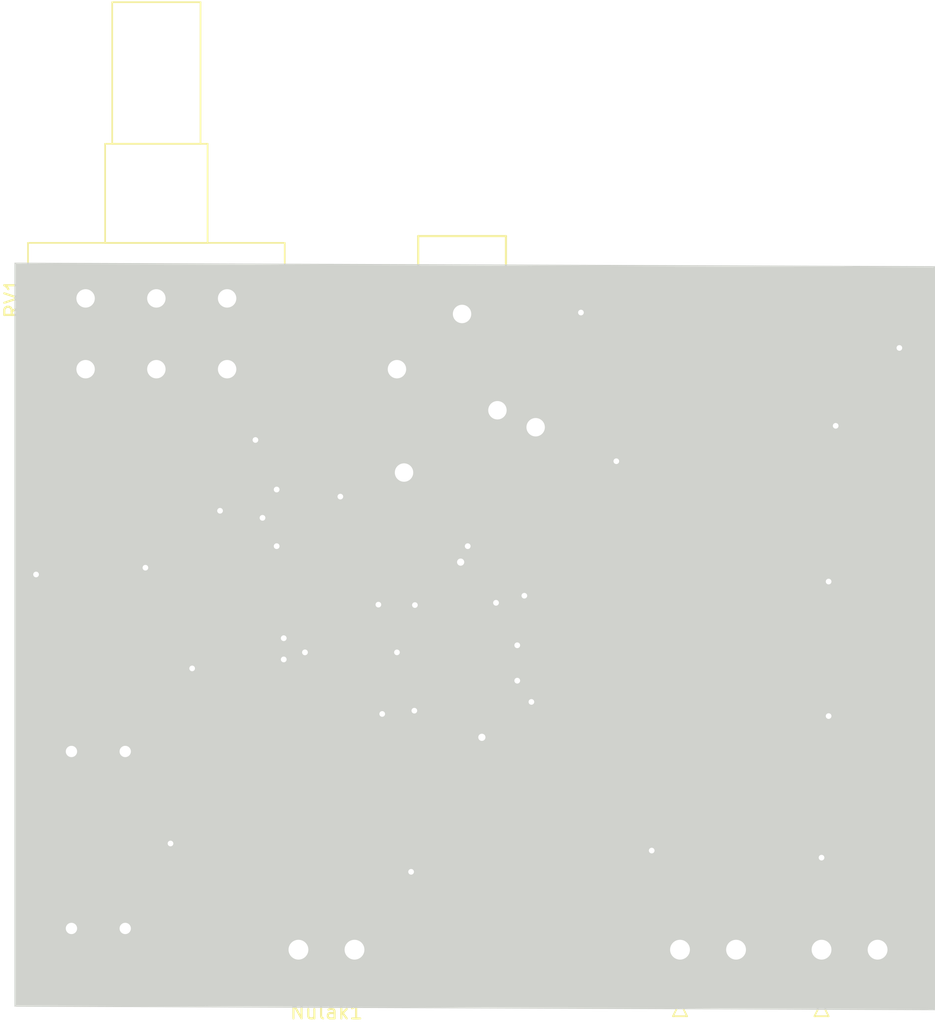
<source format=kicad_pcb>
(kicad_pcb (version 20171130) (host pcbnew "(5.1.8-0-10_14)")
  (layers (0 F.Cu signal) (31 B.Cu signal) (34 B.Paste user) (35 F.Paste user) (36 B.SilkS user) (37 F.SilkS user) (38 B.Mask user) (39 F.Mask user) (44 Edge.Cuts user))
  (net 0 "")
  (net 1 OUTPL)
  (net 2 BSPL)
  (net 3 "Net-(C2-Pad2)")
  (net 4 "Net-(C2-Pad1)")
  (net 5 OUTPR)
  (net 6 BSPR)
  (net 7 OUTNR)
  (net 8 BSNR)
  (net 9 GND1)
  (net 10 "Net-(C5-Pad1)")
  (net 11 "Net-(C6-Pad2)")
  (net 12 "Net-(C6-Pad1)")
  (net 13 GND2)
  (net 14 PLIMIT)
  (net 15 GND)
  (net 16 "Net-(C8-Pad1)")
  (net 17 OUTNL)
  (net 18 BSNL)
  (net 19 VCC)
  (net 20 "Net-(C12-Pad2)")
  (net 21 "Net-(C15-Pad1)")
  (net 22 "Net-(C16-Pad2)")
  (net 23 "Net-(C17-Pad1)")
  (net 24 "Net-(C18-Pad2)")
  (net 25 "Net-(C24-Pad1)")
  (net 26 "Net-(C25-Pad2)")
  (net 27 "Net-(C27-Pad1)")
  (net 28 "Net-(C28-Pad2)")
  (net 29 GAIN_SLV)
  (net 30 MUTE)
  (net 31 13)
  (net 32 SYNC)
  (net 33 FAULTZ)
  (net 34 10)
  (net 35 4)
  (module Package_SO:HTSSOP-32-1EP_6.1x11mm_P0.65mm_EP5.2x11mm_Mask4.11x4.36mm (layer F.Cu) (at 150.362 103.26)
    (fp_text reference U1 (at 0 -6.55) (layer F.SilkS))
    (fp_text value TPA3116D2DADR-TPA3116D2DADR)
    (pad 33 smd rect (at 0 0) (size 5.2 11) (layers F.Cu) (net 15 GND))
    (pad 32 smd rect (at 3.65 -4.875) (size 1.2 0.4) (layers F.Cu F.Paste F.Mask) (net 19 VCC))
    (pad 31 smd rect (at 3.65 -4.225) (size 1.2 0.4) (layers F.Cu F.Paste F.Mask) (net 19 VCC))
    (pad 30 smd rect (at 3.65 -3.575) (size 1.2 0.4) (layers F.Cu F.Paste F.Mask) (net 6 BSPR))
    (pad 29 smd rect (at 3.65 -2.925) (size 1.2 0.4) (layers F.Cu F.Paste F.Mask) (net 5 OUTPR))
    (pad 28 smd rect (at 3.65 -2.275) (size 1.2 0.4) (layers F.Cu F.Paste F.Mask) (net 15 GND))
    (pad 27 smd rect (at 3.65 -1.625) (size 1.2 0.4) (layers F.Cu F.Paste F.Mask) (net 7 OUTNR))
    (pad 26 smd rect (at 3.65 -0.975) (size 1.2 0.4) (layers F.Cu F.Paste F.Mask) (net 8 BSNR))
    (pad 25 smd rect (at 3.65 -0.325) (size 1.2 0.4) (layers F.Cu F.Paste F.Mask) (net 15 GND))
    (pad 24 smd rect (at 3.65 0.325) (size 1.2 0.4) (layers F.Cu F.Paste F.Mask) (net 2 BSPL))
    (pad 23 smd rect (at 3.65 0.975) (size 1.2 0.4) (layers F.Cu F.Paste F.Mask) (net 1 OUTPL))
    (pad 22 smd rect (at 3.65 1.625) (size 1.2 0.4) (layers F.Cu F.Paste F.Mask) (net 15 GND))
    (pad 21 smd rect (at 3.65 2.275) (size 1.2 0.4) (layers F.Cu F.Paste F.Mask) (net 17 OUTNL))
    (pad 20 smd rect (at 3.65 2.925) (size 1.2 0.4) (layers F.Cu F.Paste F.Mask) (net 18 BSNL))
    (pad 19 smd rect (at 3.65 3.575) (size 1.2 0.4) (layers F.Cu F.Paste F.Mask) (net 19 VCC))
    (pad 18 smd rect (at 3.65 4.225) (size 1.2 0.4) (layers F.Cu F.Paste F.Mask) (net 19 VCC))
    (pad 17 smd rect (at 3.65 4.875) (size 1.2 0.4) (layers F.Cu F.Paste F.Mask) (net 19 VCC))
    (pad 16 smd rect (at -3.65 4.875) (size 1.2 0.4) (layers F.Cu F.Paste F.Mask) (net 32 SYNC))
    (pad 15 smd rect (at -3.65 4.225) (size 1.2 0.4) (layers F.Cu F.Paste F.Mask) (net 15 GND))
    (pad 14 smd rect (at -3.65 3.575) (size 1.2 0.4) (layers F.Cu F.Paste F.Mask) (net 15 GND))
    (pad 13 smd rect (at -3.65 2.925) (size 1.2 0.4) (layers F.Cu F.Paste F.Mask) (net 31 13))
    (pad 12 smd rect (at -3.65 2.275) (size 1.2 0.4) (layers F.Cu F.Paste F.Mask) (net 30 MUTE))
    (pad 11 smd rect (at -3.65 1.625) (size 1.2 0.4) (layers F.Cu F.Paste F.Mask) (net 9 GND1))
    (pad 10 smd rect (at -3.65 0.975) (size 1.2 0.4) (layers F.Cu F.Paste F.Mask) (net 34 10))
    (pad 9 smd rect (at -3.65 0.325) (size 1.2 0.4) (layers F.Cu F.Paste F.Mask) (net 15 GND))
    (pad 8 smd rect (at -3.65 -0.325) (size 1.2 0.4) (layers F.Cu F.Paste F.Mask) (net 29 GAIN_SLV))
    (pad 7 smd rect (at -3.65 -0.975) (size 1.2 0.4) (layers F.Cu F.Paste F.Mask) (net 14 PLIMIT))
    (pad 6 smd rect (at -3.65 -1.625) (size 1.2 0.4) (layers F.Cu F.Paste F.Mask) (net 14 PLIMIT))
    (pad 5 smd rect (at -3.65 -2.275) (size 1.2 0.4) (layers F.Cu F.Paste F.Mask) (net 9 GND1))
    (pad 4 smd rect (at -3.65 -2.925) (size 1.2 0.4) (layers F.Cu F.Paste F.Mask) (net 35 4))
    (pad 3 smd rect (at -3.65 -3.575) (size 1.2 0.4) (layers F.Cu F.Paste F.Mask) (net 33 FAULTZ))
    (pad 2 smd rect (at -3.65 -4.225) (size 1.2 0.4) (layers F.Cu F.Paste F.Mask) (net 33 FAULTZ))
    (pad 1 smd rect (at -3.65 -4.875) (size 1.2 0.4) (layers F.Cu F.Paste F.Mask) (net 15 GND))
  )
  (module Potentiometer_THT:Potentiometer_Alps_RK163_Dual_Horizontal (layer F.Cu) (at 138.362 78.26 90)
    (fp_text reference RV1 (at 0 -15.2 90) (layer F.SilkS))
    (fp_text value 50k)
    (pad 4 thru_hole circle (at -5 0 90) (size 2.34 2.34) (drill 1.3) (layers *.Cu *.Mask) (net 12 "Net-(C6-Pad1)"))
    (pad 5 thru_hole circle (at -5 -5 90) (size 2.34 2.34) (drill 1.3) (layers *.Cu *.Mask) (net 34 10))
    (pad 6 thru_hole circle (at -5 -10 90) (size 2.34 2.34) (drill 1.3) (layers *.Cu *.Mask) (net 9 GND1))
    (pad 1 thru_hole circle (at 0 0 90) (size 2.34 2.34) (drill 1.3) (layers *.Cu *.Mask) (net 4 "Net-(C2-Pad1)"))
    (pad 2 thru_hole circle (at 0 -5 90) (size 2.34 2.34) (drill 1.3) (layers *.Cu *.Mask) (net 35 4))
    (pad 3 thru_hole circle (at 0 -10 90) (size 2.34 2.34) (drill 1.3) (layers *.Cu *.Mask) (net 9 GND1))
  )
  (module Connector_TE-Connectivity:TE_826576-2_1x02_P3.96mm_Vertical (layer F.Cu) (at 170.362 124.26)
    (fp_text reference R13 (at 1.98 -4.4) (layer F.SilkS))
    (fp_text value L)
    (pad 2 thru_hole circle (at 3.96 0) (size 2.4 2.4) (drill 1.4) (layers *.Cu *.Mask) (net 23 "Net-(C17-Pad1)"))
    (pad 1 thru_hole roundrect (at 0 0) (size 2.4 2.4) (drill 1.4) (layers *.Cu *.Mask) (roundrect_rratio 0.104167) (net 24 "Net-(C18-Pad2)"))
  )
  (module Connector_TE-Connectivity:TE_826576-2_1x02_P3.96mm_Vertical (layer F.Cu) (at 180.362 124.26)
    (fp_text reference R12 (at 1.98 -4.4) (layer F.SilkS))
    (fp_text value L)
    (pad 2 thru_hole circle (at 3.96 0) (size 2.4 2.4) (drill 1.4) (layers *.Cu *.Mask) (net 21 "Net-(C15-Pad1)"))
    (pad 1 thru_hole roundrect (at 0 0) (size 2.4 2.4) (drill 1.4) (layers *.Cu *.Mask) (roundrect_rratio 0.104167) (net 22 "Net-(C16-Pad2)"))
  )
  (module Resistor_SMD:R_0603_1608Metric (layer F.Cu) (at 183.362 105.26 180)
    (fp_text reference R11 (at 0 -1.43) (layer F.SilkS))
    (fp_text value 3.3)
    (pad 2 smd roundrect (at 0.825 0 180) (size 0.8 0.95) (layers F.Cu F.Paste F.Mask) (net 27 "Net-(C27-Pad1)"))
    (pad 1 smd roundrect (at -0.825 0 180) (size 0.8 0.95) (layers F.Cu F.Paste F.Mask) (net 23 "Net-(C17-Pad1)"))
  )
  (module Resistor_SMD:R_0603_1608Metric (layer F.Cu) (at 183.362 95.26 270)
    (fp_text reference R10 (at 0 -1.43 90) (layer F.SilkS))
    (fp_text value 3.3)
    (pad 2 smd roundrect (at 0.825 0 270) (size 0.8 0.95) (layers F.Cu F.Paste F.Mask) (net 22 "Net-(C16-Pad2)"))
    (pad 1 smd roundrect (at -0.825 0 270) (size 0.8 0.95) (layers F.Cu F.Paste F.Mask) (net 26 "Net-(C25-Pad2)"))
  )
  (module Resistor_SMD:R_0603_1608Metric (layer F.Cu) (at 183.362 84.26 180)
    (fp_text reference R9 (at 0 -1.43) (layer F.SilkS))
    (fp_text value 3.3)
    (pad 2 smd roundrect (at 0.825 0 180) (size 0.8 0.95) (layers F.Cu F.Paste F.Mask) (net 25 "Net-(C24-Pad1)"))
    (pad 1 smd roundrect (at -0.825 0 180) (size 0.8 0.95) (layers F.Cu F.Paste F.Mask) (net 21 "Net-(C15-Pad1)"))
  )
  (module Resistor_SMD:R_0603_1608Metric (layer F.Cu) (at 183.362 110.26 270)
    (fp_text reference R8 (at 0 -1.43 90) (layer F.SilkS))
    (fp_text value 3.3)
    (pad 2 smd roundrect (at 0.825 0 270) (size 0.8 0.95) (layers F.Cu F.Paste F.Mask) (net 24 "Net-(C18-Pad2)"))
    (pad 1 smd roundrect (at -0.825 0 270) (size 0.8 0.95) (layers F.Cu F.Paste F.Mask) (net 28 "Net-(C28-Pad2)"))
  )
  (module Resistor_SMD:R_0603_1608Metric (layer F.Cu) (at 128.362 101.76)
    (fp_text reference R7 (at 0 -1.43) (layer F.SilkS))
    (fp_text value 3.3)
    (pad 2 smd roundrect (at 0.825 0) (size 0.8 0.95) (layers F.Cu F.Paste F.Mask) (net 20 "Net-(C12-Pad2)"))
    (pad 1 smd roundrect (at -0.825 0) (size 0.8 0.95) (layers F.Cu F.Paste F.Mask) (net 19 VCC))
  )
  (module Resistor_SMD:R_0603_1608Metric (layer F.Cu) (at 128.362 97.26)
    (fp_text reference R6 (at 0 -1.43) (layer F.SilkS))
    (fp_text value 100k)
    (pad 2 smd roundrect (at 0.825 0) (size 0.8 0.95) (layers F.Cu F.Paste F.Mask) (net 33 FAULTZ))
    (pad 1 smd roundrect (at -0.825 0) (size 0.8 0.95) (layers F.Cu F.Paste F.Mask) (net 19 VCC))
  )
  (module Resistor_SMD:R_0603_1608Metric (layer F.Cu) (at 138.362 109.76 270)
    (fp_text reference R5 (at 0 -1.43 90) (layer F.SilkS))
    (fp_text value 4,7k)
    (pad 2 smd roundrect (at 0.825 0 270) (size 0.8 0.95) (layers F.Cu F.Paste F.Mask) (net 16 "Net-(C8-Pad1)"))
    (pad 1 smd roundrect (at -0.825 0 270) (size 0.8 0.95) (layers F.Cu F.Paste F.Mask) (net 32 SYNC))
  )
  (module Resistor_SMD:R_0603_1608Metric (layer F.Cu) (at 138.362 100.26 180)
    (fp_text reference R4 (at 0 -1.43) (layer F.SilkS))
    (fp_text value 100k)
    (pad 2 smd roundrect (at 0.825 0 180) (size 0.8 0.95) (layers F.Cu F.Paste F.Mask) (net 19 VCC))
    (pad 1 smd roundrect (at -0.825 0 180) (size 0.8 0.95) (layers F.Cu F.Paste F.Mask) (net 31 13))
  )
  (module Resistor_SMD:R_0603_1608Metric (layer F.Cu) (at 133.537 89.26 180)
    (fp_text reference R3 (at 0 -1.43) (layer F.SilkS))
    (fp_text value 100k)
    (pad 2 smd roundrect (at 0.825 0 180) (size 0.8 0.95) (layers F.Cu F.Paste F.Mask) (net 29 GAIN_SLV))
    (pad 1 smd roundrect (at -0.825 0 180) (size 0.8 0.95) (layers F.Cu F.Paste F.Mask) (net 14 PLIMIT))
  )
  (module Resistor_SMD:R_0603_1608Metric (layer F.Cu) (at 133.362 95.26)
    (fp_text reference R2 (at 0 -1.43) (layer F.SilkS))
    (fp_text value 100k)
    (pad 2 smd roundrect (at 0.825 0) (size 0.8 0.95) (layers F.Cu F.Paste F.Mask) (net 30 MUTE))
    (pad 1 smd roundrect (at -0.825 0) (size 0.8 0.95) (layers F.Cu F.Paste F.Mask) (net 15 GND))
  )
  (module Resistor_SMD:R_0603_1608Metric (layer F.Cu) (at 133.362 92.26 180)
    (fp_text reference R1 (at 0 -1.43) (layer F.SilkS))
    (fp_text value 20k)
    (pad 2 smd roundrect (at 0.825 0 180) (size 0.8 0.95) (layers F.Cu F.Paste F.Mask) (net 13 GND2))
    (pad 1 smd roundrect (at -0.825 0 180) (size 0.8 0.95) (layers F.Cu F.Paste F.Mask) (net 29 GAIN_SLV))
  )
  (module Connector_TE-Connectivity:TE_826576-2_1x02_P3.96mm_Vertical (layer F.Cu) (at 147.362 124.26 180)
    (fp_text reference Nulák1 (at 1.98 -4.4) (layer F.SilkS))
    (fp_text value Napětí)
    (pad 2 thru_hole circle (at 3.96 0 180) (size 2.4 2.4) (drill 1.4) (layers *.Cu *.Mask) (net 19 VCC))
    (pad 1 thru_hole roundrect (at 0 0 180) (size 2.4 2.4) (drill 1.4) (layers *.Cu *.Mask) (roundrect_rratio 0.104167) (net 15 GND))
  )
  (module Inductor_SMD:L_Bourns-SRU1028_10.0x10.0mm (layer F.Cu) (at 159.362 120.76)
    (fp_text reference L4 (at 0 -6.2) (layer F.SilkS))
    (fp_text value 10.0μH)
    (pad 2 smd rect (at 4.5 0) (size 1.8 3.6) (layers F.Cu F.Paste F.Mask) (net 24 "Net-(C18-Pad2)"))
    (pad 1 smd rect (at -4.5 0) (size 1.8 3.6) (layers F.Cu F.Paste F.Mask) (net 17 OUTNL))
  )
  (module Inductor_SMD:L_Bourns-SRU1028_10.0x10.0mm (layer F.Cu) (at 170.362 108.26 180)
    (fp_text reference L3 (at 0 -6.2) (layer F.SilkS))
    (fp_text value 10.0μH)
    (pad 2 smd rect (at 4.5 0 180) (size 1.8 3.6) (layers F.Cu F.Paste F.Mask) (net 1 OUTPL))
    (pad 1 smd rect (at -4.5 0 180) (size 1.8 3.6) (layers F.Cu F.Paste F.Mask) (net 23 "Net-(C17-Pad1)"))
  )
  (module Inductor_SMD:L_Bourns-SRU1028_10.0x10.0mm (layer F.Cu) (at 170.362 95.76)
    (fp_text reference L2 (at 0 -6.2) (layer F.SilkS))
    (fp_text value 10.0μH)
    (pad 2 smd rect (at 4.5 0) (size 1.8 3.6) (layers F.Cu F.Paste F.Mask) (net 22 "Net-(C16-Pad2)"))
    (pad 1 smd rect (at -4.5 0) (size 1.8 3.6) (layers F.Cu F.Paste F.Mask) (net 7 OUTNR))
  )
  (module Inductor_SMD:L_Bourns-SRU1028_10.0x10.0mm (layer F.Cu) (at 170.362 83.26 180)
    (fp_text reference L1 (at 0 -6.2) (layer F.SilkS))
    (fp_text value 10.0μH)
    (pad 2 smd rect (at 4.5 0 180) (size 1.8 3.6) (layers F.Cu F.Paste F.Mask) (net 5 OUTPR))
    (pad 1 smd rect (at -4.5 0 180) (size 1.8 3.6) (layers F.Cu F.Paste F.Mask) (net 21 "Net-(C15-Pad1)"))
  )
  (module Connector_Audio:Jack_3.5mm_Ledino_KB3SPRS_Horizontal (layer F.Cu) (at 150.362 83.26 270)
    (fp_text reference J1 (at -3.5 2.3 90) (layer F.SilkS))
    (fp_text value AudioJack3)
    (pad S thru_hole oval (at -3.9 -4.6 270) (size 2.2 4) (drill 1.3) (layers *.Cu *.Mask) (net 3 "Net-(C2-Pad2)"))
    (pad R thru_hole oval (at 4.1 -9.8 270) (size 4 2.2) (drill 1.3) (layers *.Cu *.Mask) (net 11 "Net-(C6-Pad2)"))
    (pad RN thru_hole oval (at 2.9 -7.1 270) (size 4 2.2) (drill 1.3) (layers *.Cu *.Mask))
    (pad TN thru_hole oval (at 7.3 -0.5) (size 4 2.2) (drill 1.3) (layers *.Cu *.Mask))
    (pad T thru_hole rect (at 0 0 270) (size 4 2.2) (drill 1.3) (layers *.Cu *.Mask) (net 10 "Net-(C5-Pad1)"))
  )
  (module Capacitor_THT:CP_Radial_D8.0mm_P3.80mm (layer F.Cu) (at 127.362 122.76)
    (fp_text reference C29 (at 1.9 -5.25) (layer F.SilkS))
    (fp_text value 220uF)
    (pad 2 thru_hole circle (at 3.8 0) (size 1.6 1.6) (drill 0.8) (layers *.Cu *.Mask) (net 15 GND))
    (pad 1 thru_hole rect (at 0 0) (size 1.6 1.6) (drill 0.8) (layers *.Cu *.Mask) (net 19 VCC))
  )
  (module Capacitor_SMD:C_0603_1608Metric (layer F.Cu) (at 178.362 110.26 90)
    (fp_text reference C28 (at 0 -1.43 90) (layer F.SilkS))
    (fp_text value 10nF)
    (pad 2 smd roundrect (at 0.775 0 90) (size 0.9 0.95) (layers F.Cu F.Paste F.Mask) (net 28 "Net-(C28-Pad2)"))
    (pad 1 smd roundrect (at -0.775 0 90) (size 0.9 0.95) (layers F.Cu F.Paste F.Mask) (net 15 GND))
  )
  (module Capacitor_SMD:C_0603_1608Metric (layer F.Cu) (at 178.362 105.26 90)
    (fp_text reference C27 (at 0 -1.43 90) (layer F.SilkS))
    (fp_text value 10nF)
    (pad 2 smd roundrect (at 0.775 0 90) (size 0.9 0.95) (layers F.Cu F.Paste F.Mask) (net 15 GND))
    (pad 1 smd roundrect (at -0.775 0 90) (size 0.9 0.95) (layers F.Cu F.Paste F.Mask) (net 27 "Net-(C27-Pad1)"))
  )
  (module Capacitor_SMD:C_0603_1608Metric (layer F.Cu) (at 147.862 113.76 90)
    (fp_text reference C26 (at 0 -1.43 90) (layer F.SilkS))
    (fp_text value 100nF)
    (pad 2 smd roundrect (at 0.775 0 90) (size 0.9 0.95) (layers F.Cu F.Paste F.Mask) (net 15 GND))
    (pad 1 smd roundrect (at -0.775 0 90) (size 0.9 0.95) (layers F.Cu F.Paste F.Mask) (net 19 VCC))
  )
  (module Capacitor_SMD:C_0603_1608Metric (layer F.Cu) (at 183.137 90.26 270)
    (fp_text reference C25 (at 0 -1.43 90) (layer F.SilkS))
    (fp_text value 10nF)
    (pad 2 smd roundrect (at 0.775 0 270) (size 0.9 0.95) (layers F.Cu F.Paste F.Mask) (net 26 "Net-(C25-Pad2)"))
    (pad 1 smd roundrect (at -0.775 0 270) (size 0.9 0.95) (layers F.Cu F.Paste F.Mask) (net 15 GND))
  )
  (module Capacitor_SMD:C_0603_1608Metric (layer F.Cu) (at 179.362 84.26 270)
    (fp_text reference C24 (at 0 -1.43 90) (layer F.SilkS))
    (fp_text value 10nF)
    (pad 2 smd roundrect (at 0.775 0 270) (size 0.9 0.95) (layers F.Cu F.Paste F.Mask) (net 15 GND))
    (pad 1 smd roundrect (at -0.775 0 270) (size 0.9 0.95) (layers F.Cu F.Paste F.Mask) (net 25 "Net-(C24-Pad1)"))
  )
  (module Capacitor_SMD:C_0603_1608Metric (layer F.Cu) (at 151.862 113.76 90)
    (fp_text reference C23 (at 0 -1.43 90) (layer F.SilkS))
    (fp_text value 1nF)
    (pad 2 smd roundrect (at 0.775 0 90) (size 0.9 0.95) (layers F.Cu F.Paste F.Mask) (net 15 GND))
    (pad 1 smd roundrect (at -0.775 0 90) (size 0.9 0.95) (layers F.Cu F.Paste F.Mask) (net 19 VCC))
  )
  (module Capacitor_SMD:C_0603_1608Metric (layer F.Cu) (at 183.362 114.26 270)
    (fp_text reference C22 (at 0 -1.43 90) (layer F.SilkS))
    (fp_text value 1nF)
    (pad 2 smd roundrect (at 0.775 0 270) (size 0.9 0.95) (layers F.Cu F.Paste F.Mask) (net 24 "Net-(C18-Pad2)"))
    (pad 1 smd roundrect (at -0.775 0 270) (size 0.9 0.95) (layers F.Cu F.Paste F.Mask) (net 15 GND))
  )
  (module Capacitor_SMD:C_0603_1608Metric (layer F.Cu) (at 183.362 101.26 90)
    (fp_text reference C21 (at 0 -1.43 90) (layer F.SilkS))
    (fp_text value 1nF)
    (pad 2 smd roundrect (at 0.775 0 90) (size 0.9 0.95) (layers F.Cu F.Paste F.Mask) (net 15 GND))
    (pad 1 smd roundrect (at -0.775 0 90) (size 0.9 0.95) (layers F.Cu F.Paste F.Mask) (net 23 "Net-(C17-Pad1)"))
  )
  (module Capacitor_SMD:C_0603_1608Metric (layer F.Cu) (at 179.362 95.26 90)
    (fp_text reference C20 (at 0 -1.43 90) (layer F.SilkS))
    (fp_text value 1nF)
    (pad 2 smd roundrect (at 0.775 0 90) (size 0.9 0.95) (layers F.Cu F.Paste F.Mask) (net 22 "Net-(C16-Pad2)"))
    (pad 1 smd roundrect (at -0.775 0 90) (size 0.9 0.95) (layers F.Cu F.Paste F.Mask) (net 15 GND))
  )
  (module Capacitor_SMD:C_0603_1608Metric (layer F.Cu) (at 183.362 79.26 90)
    (fp_text reference C19 (at 0 -1.43 90) (layer F.SilkS))
    (fp_text value 1nF)
    (pad 2 smd roundrect (at 0.775 0 90) (size 0.9 0.95) (layers F.Cu F.Paste F.Mask) (net 15 GND))
    (pad 1 smd roundrect (at -0.775 0 90) (size 0.9 0.95) (layers F.Cu F.Paste F.Mask) (net 21 "Net-(C15-Pad1)"))
  )
  (module Capacitor_SMD:C_0603_1608Metric (layer F.Cu) (at 178.362 114.485 270)
    (fp_text reference C18 (at 0 -1.43 90) (layer F.SilkS))
    (fp_text value 680nF)
    (pad 2 smd roundrect (at 0.775 0 270) (size 0.9 0.95) (layers F.Cu F.Paste F.Mask) (net 24 "Net-(C18-Pad2)"))
    (pad 1 smd roundrect (at -0.775 0 270) (size 0.9 0.95) (layers F.Cu F.Paste F.Mask) (net 15 GND))
  )
  (module Capacitor_SMD:C_0603_1608Metric (layer F.Cu) (at 178.362 101.26 90)
    (fp_text reference C17 (at 0 -1.43 90) (layer F.SilkS))
    (fp_text value 680nF)
    (pad 2 smd roundrect (at 0.775 0 90) (size 0.9 0.95) (layers F.Cu F.Paste F.Mask) (net 15 GND))
    (pad 1 smd roundrect (at -0.775 0 90) (size 0.9 0.95) (layers F.Cu F.Paste F.Mask) (net 23 "Net-(C17-Pad1)"))
  )
  (module Capacitor_SMD:C_0603_1608Metric (layer F.Cu) (at 179.362 90.26 270)
    (fp_text reference C16 (at 0 -1.43 90) (layer F.SilkS))
    (fp_text value 680nF)
    (pad 2 smd roundrect (at 0.775 0 270) (size 0.9 0.95) (layers F.Cu F.Paste F.Mask) (net 22 "Net-(C16-Pad2)"))
    (pad 1 smd roundrect (at -0.775 0 270) (size 0.9 0.95) (layers F.Cu F.Paste F.Mask) (net 15 GND))
  )
  (module Capacitor_SMD:C_0603_1608Metric (layer F.Cu) (at 179.362 79.26 90)
    (fp_text reference C15 (at 0 -1.43 90) (layer F.SilkS))
    (fp_text value 680nF)
    (pad 2 smd roundrect (at 0.775 0 90) (size 0.9 0.95) (layers F.Cu F.Paste F.Mask) (net 15 GND))
    (pad 1 smd roundrect (at -0.775 0 90) (size 0.9 0.95) (layers F.Cu F.Paste F.Mask) (net 21 "Net-(C15-Pad1)"))
  )
  (module Capacitor_SMD:C_0603_1608Metric (layer F.Cu) (at 143.256 113.792 90)
    (fp_text reference C14 (at 0 -1.43 -90) (layer F.SilkS))
    (fp_text value 10nF)
    (pad 2 smd roundrect (at 0.775 0 90) (size 0.9 0.95) (layers F.Cu F.Paste F.Mask) (net 15 GND))
    (pad 1 smd roundrect (at -0.775 0 90) (size 0.9 0.95) (layers F.Cu F.Paste F.Mask) (net 19 VCC))
  )
  (module Capacitor_THT:CP_Radial_D8.0mm_P3.80mm (layer F.Cu) (at 127.362 110.26)
    (fp_text reference C13 (at 1.9 -5.25) (layer F.SilkS))
    (fp_text value 220uF)
    (pad 2 thru_hole circle (at 3.8 0) (size 1.6 1.6) (drill 0.8) (layers *.Cu *.Mask) (net 15 GND))
    (pad 1 thru_hole rect (at 0 0) (size 1.6 1.6) (drill 0.8) (layers *.Cu *.Mask) (net 19 VCC))
  )
  (module Capacitor_SMD:C_0603_1608Metric (layer F.Cu) (at 133.362 104.26 90)
    (fp_text reference C12 (at 0 -1.43 90) (layer F.SilkS))
    (fp_text value 100nF)
    (pad 2 smd roundrect (at 0.775 0 90) (size 0.9 0.95) (layers F.Cu F.Paste F.Mask) (net 20 "Net-(C12-Pad2)"))
    (pad 1 smd roundrect (at -0.775 0 90) (size 0.9 0.95) (layers F.Cu F.Paste F.Mask) (net 15 GND))
  )
  (module Capacitor_SMD:C_0603_1608Metric (layer F.Cu) (at 157.362 114.26)
    (fp_text reference C11 (at 0 -1.43) (layer F.SilkS))
    (fp_text value 100nF)
    (pad 2 smd roundrect (at 0.775 0) (size 0.9 0.95) (layers F.Cu F.Paste F.Mask) (net 15 GND))
    (pad 1 smd roundrect (at -0.775 0) (size 0.9 0.95) (layers F.Cu F.Paste F.Mask) (net 19 VCC))
  )
  (module Capacitor_SMD:C_0603_1608Metric (layer F.Cu) (at 157.362 111.76)
    (fp_text reference C10 (at 0 -1.43) (layer F.SilkS))
    (fp_text value 1nF)
    (pad 2 smd roundrect (at 0.775 0) (size 0.9 0.95) (layers F.Cu F.Paste F.Mask) (net 15 GND))
    (pad 1 smd roundrect (at -0.775 0) (size 0.9 0.95) (layers F.Cu F.Paste F.Mask) (net 19 VCC))
  )
  (module Capacitor_SMD:C_0603_1608Metric (layer F.Cu) (at 162.362 109.485 90)
    (fp_text reference C9 (at 0 -1.43 90) (layer F.SilkS))
    (fp_text value 1μF)
    (pad 2 smd roundrect (at 0.775 0 90) (size 0.9 0.95) (layers F.Cu F.Paste F.Mask) (net 17 OUTNL))
    (pad 1 smd roundrect (at -0.775 0 90) (size 0.9 0.95) (layers F.Cu F.Paste F.Mask) (net 18 BSNL))
  )
  (module Capacitor_SMD:C_0603_1608Metric (layer F.Cu) (at 138.362 114.76 270)
    (fp_text reference C8 (at 0 -1.43 90) (layer F.SilkS))
    (fp_text value 47pF)
    (pad 2 smd roundrect (at 0.775 0 270) (size 0.9 0.95) (layers F.Cu F.Paste F.Mask) (net 15 GND))
    (pad 1 smd roundrect (at -0.775 0 270) (size 0.9 0.95) (layers F.Cu F.Paste F.Mask) (net 16 "Net-(C8-Pad1)"))
  )
  (module Capacitor_SMD:C_0603_1608Metric (layer F.Cu) (at 128.362 90.26 270)
    (fp_text reference C7 (at 0 -1.43 90) (layer F.SilkS))
    (fp_text value 1μF)
    (pad 2 smd roundrect (at 0.775 0 270) (size 0.9 0.95) (layers F.Cu F.Paste F.Mask) (net 13 GND2))
    (pad 1 smd roundrect (at -0.775 0 270) (size 0.9 0.95) (layers F.Cu F.Paste F.Mask) (net 14 PLIMIT))
  )
  (module Capacitor_SMD:C_0603_1608Metric (layer F.Cu) (at 145.362 81.76)
    (fp_text reference C6 (at 0 -1.43) (layer F.SilkS))
    (fp_text value 1μF)
    (pad 2 smd roundrect (at 0.775 0) (size 0.9 0.95) (layers F.Cu F.Paste F.Mask) (net 11 "Net-(C6-Pad2)"))
    (pad 1 smd roundrect (at -0.775 0) (size 0.9 0.95) (layers F.Cu F.Paste F.Mask) (net 12 "Net-(C6-Pad1)"))
  )
  (module Capacitor_SMD:C_0603_1608Metric (layer F.Cu) (at 145.362 84.26 180)
    (fp_text reference C5 (at 0 -1.43) (layer F.SilkS))
    (fp_text value 1μF)
    (pad 2 smd roundrect (at 0.775 0 180) (size 0.9 0.95) (layers F.Cu F.Paste F.Mask) (net 9 GND1))
    (pad 1 smd roundrect (at -0.775 0 180) (size 0.9 0.95) (layers F.Cu F.Paste F.Mask) (net 10 "Net-(C5-Pad1)"))
  )
  (module Capacitor_SMD:C_0603_1608Metric (layer F.Cu) (at 162.362 101.485 90)
    (fp_text reference C4 (at 0 -1.43 90) (layer F.SilkS))
    (fp_text value 1μF)
    (pad 2 smd roundrect (at 0.775 0 90) (size 0.9 0.95) (layers F.Cu F.Paste F.Mask) (net 7 OUTNR))
    (pad 1 smd roundrect (at -0.775 0 90) (size 0.9 0.95) (layers F.Cu F.Paste F.Mask) (net 8 BSNR))
  )
  (module Capacitor_SMD:C_0603_1608Metric (layer F.Cu) (at 162.362 97.26 270)
    (fp_text reference C3 (at 0 -1.43 90) (layer F.SilkS))
    (fp_text value 1μF)
    (pad 2 smd roundrect (at 0.775 0 270) (size 0.9 0.95) (layers F.Cu F.Paste F.Mask) (net 5 OUTPR))
    (pad 1 smd roundrect (at -0.775 0 270) (size 0.9 0.95) (layers F.Cu F.Paste F.Mask) (net 6 BSPR))
  )
  (module Capacitor_SMD:C_0603_1608Metric (layer F.Cu) (at 145.362 79.26)
    (fp_text reference C2 (at 0 -1.43) (layer F.SilkS))
    (fp_text value 1μF)
    (pad 2 smd roundrect (at 0.775 0) (size 0.9 0.95) (layers F.Cu F.Paste F.Mask) (net 3 "Net-(C2-Pad2)"))
    (pad 1 smd roundrect (at -0.775 0) (size 0.9 0.95) (layers F.Cu F.Paste F.Mask) (net 4 "Net-(C2-Pad1)"))
  )
  (module Capacitor_SMD:C_0603_1608Metric (layer F.Cu) (at 162.362 105.26 270)
    (fp_text reference C1 (at 0 -1.43 90) (layer F.SilkS))
    (fp_text value 1μF)
    (pad 2 smd roundrect (at 0.775 0 270) (size 0.9 0.95) (layers F.Cu F.Paste F.Mask) (net 1 OUTPL))
    (pad 1 smd roundrect (at -0.775 0 270) (size 0.9 0.95) (layers F.Cu F.Paste F.Mask) (net 2 BSPL))
  )
  (gr_line (start 123.36 128.26) (end 123.36 75.76) (angle 90) (layer Edge.Cuts) (width 0.05))
  (gr_line (start 188.36 128.51) (end 123.36 128.26) (angle 90) (layer Edge.Cuts) (width 0.05))
  (gr_line (start 188.36 76.01) (end 188.36 128.51) (angle 90) (layer Edge.Cuts) (width 0.05))
  (gr_line (start 123.36 75.76) (end 188.36 76.01) (angle 90) (layer Edge.Cuts) (width 0.05))
  (via (at 146.362 92.26) (size 0.8) (drill 0.4) (layers F.Cu B.Cu) (net 0))
  (via (at 140.362 88.26) (size 0.8) (drill 0.4) (layers F.Cu B.Cu) (net 0))
  (via (at 124.862 97.76) (size 0.8) (drill 0.4) (layers F.Cu B.Cu) (net 0))
  (via (at 134.362 116.76) (size 0.8) (drill 0.4) (layers F.Cu B.Cu) (net 0))
  (via (at 151.362 118.76) (size 0.8) (drill 0.4) (layers F.Cu B.Cu) (net 0))
  (via (at 168.362 117.26) (size 0.8) (drill 0.4) (layers F.Cu B.Cu) (net 0))
  (via (at 180.362 117.76) (size 0.8) (drill 0.4) (layers F.Cu B.Cu) (net 0))
  (via (at 180.862 107.76) (size 0.8) (drill 0.4) (layers F.Cu B.Cu) (net 0))
  (via (at 180.862 98.26) (size 0.8) (drill 0.4) (layers F.Cu B.Cu) (net 0))
  (via (at 181.362 87.26) (size 0.8) (drill 0.4) (layers F.Cu B.Cu) (net 0))
  (via (at 163.362 79.26) (size 0.8) (drill 0.4) (layers F.Cu B.Cu) (net 0))
  (via (at 137.862 93.26) (size 0.8) (drill 0.4) (layers F.Cu B.Cu) (net 0))
  (via (at 185.862 81.76) (size 0.8) (drill 0.4) (layers F.Cu B.Cu) (net 0))
  (via (at 159.862 106.76) (size 0.8) (drill 0.4) (layers F.Cu B.Cu) (net 0))
  (via (at 159.362 99.26) (size 0.8) (drill 0.4) (layers F.Cu B.Cu) (net 0))
  (via (at 165.862 89.76) (size 0.8) (drill 0.4) (layers F.Cu B.Cu) (net 0))
  (segment (start 163.637 106.035) (end 165.862 108.26) (width 0.381) (layer F.Cu) (net 1))
  (segment (start 162.362 106.035) (end 163.637 106.035) (width 0.381) (layer F.Cu) (net 1))
  (segment (start 154.012 104.235) (end 159.337 104.235) (width 0.381) (layer F.Cu) (net 1))
  (segment (start 161.137 106.035) (end 162.362 106.035) (width 0.381) (layer F.Cu) (net 1))
  (segment (start 159.337 104.235) (end 161.137 106.035) (width 0.381) (layer F.Cu) (net 1))
  (segment (start 161.462 103.585) (end 162.362 104.485) (width 0.381) (layer F.Cu) (net 2))
  (segment (start 154.012 103.585) (end 161.462 103.585) (width 0.381) (layer F.Cu) (net 2))
  (segment (start 154.862 79.26) (end 154.962 79.36) (width 0.762) (layer F.Cu) (net 3))
  (segment (start 146.137 79.26) (end 154.862 79.26) (width 0.762) (layer F.Cu) (net 3))
  (segment (start 139.362 79.26) (end 138.362 78.26) (width 0.762) (layer F.Cu) (net 4))
  (segment (start 144.587 79.26) (end 139.362 79.26) (width 0.762) (layer F.Cu) (net 4))
  (segment (start 163.22751 85.89449) (end 165.862 83.26) (width 0.381) (layer F.Cu) (net 5))
  (segment (start 163.22751 97.16949) (end 163.22751 85.89449) (width 0.381) (layer F.Cu) (net 5))
  (segment (start 162.362 98.035) (end 163.22751 97.16949) (width 0.381) (layer F.Cu) (net 5))
  (segment (start 154.993 100.335) (end 157.068 98.26) (width 0.381) (layer F.Cu) (net 5))
  (segment (start 154.012 100.335) (end 154.993 100.335) (width 0.381) (layer F.Cu) (net 5))
  (segment (start 162.137 98.26) (end 162.362 98.035) (width 0.381) (layer F.Cu) (net 5))
  (segment (start 157.068 98.26) (end 162.137 98.26) (width 0.381) (layer F.Cu) (net 5))
  (segment (start 162.362 96.485) (end 162.137 96.485) (width 0.381) (layer F.Cu) (net 6))
  (segment (start 158.021328 96.485) (end 162.362 96.485) (width 0.381) (layer F.Cu) (net 6))
  (segment (start 154.821328 99.685) (end 158.021328 96.485) (width 0.381) (layer F.Cu) (net 6))
  (segment (start 154.012 99.685) (end 154.821328 99.685) (width 0.381) (layer F.Cu) (net 6))
  (segment (start 165.862 97.21) (end 165.862 95.76) (width 0.381) (layer F.Cu) (net 7))
  (segment (start 162.362 100.71) (end 165.862 97.21) (width 0.381) (layer F.Cu) (net 7))
  (segment (start 162.362 100.71) (end 161.912 100.71) (width 0.381) (layer F.Cu) (net 7))
  (segment (start 154.012 101.635) (end 156.987 101.635) (width 0.381) (layer F.Cu) (net 7))
  (segment (start 157.912 100.71) (end 162.362 100.71) (width 0.381) (layer F.Cu) (net 7))
  (segment (start 156.987 101.635) (end 157.912 100.71) (width 0.381) (layer F.Cu) (net 7))
  (segment (start 154.037 102.26) (end 154.012 102.285) (width 0.381) (layer F.Cu) (net 8))
  (segment (start 154.012 102.285) (end 157.36801 102.285) (width 0.381) (layer F.Cu) (net 8))
  (segment (start 157.36801 102.285) (end 158.362 101.29101) (width 0.381) (layer F.Cu) (net 8))
  (segment (start 161.39301 101.29101) (end 162.362 102.26) (width 0.381) (layer F.Cu) (net 8))
  (segment (start 158.362 101.29101) (end 161.39301 101.29101) (width 0.381) (layer F.Cu) (net 8))
  (segment (start 128.362 78.26) (end 128.362 83.26) (width 0.762) (layer F.Cu) (net 9))
  (segment (start 140.862 95.26) (end 140.862 93.76) (width 0.381) (layer F.Cu) (net 9))
  (segment (start 140.862 97.26) (end 140.862 95.26) (width 0.381) (layer F.Cu) (net 9))
  (segment (start 144.587 100.985) (end 140.862 97.26) (width 0.381) (layer F.Cu) (net 9))
  (segment (start 146.712 100.985) (end 144.587 100.985) (width 0.381) (layer F.Cu) (net 9))
  (segment (start 146.712 104.885) (end 143.487 104.885) (width 0.381) (layer F.Cu) (net 9))
  (segment (start 143.487 104.885) (end 142.362 103.76) (width 0.381) (layer F.Cu) (net 9))
  (segment (start 142.362 103.76) (end 142.362 103.76) (width 0.381) (layer F.Cu) (net 9))
  (via (at 142.362 103.76) (size 0.508) (drill 0.4064) (layers F.Cu B.Cu) (net 9))
  (segment (start 140.862 93.76) (end 140.862 93.76) (width 0.381) (layer F.Cu) (net 9))
  (via (at 140.862 93.76) (size 0.508) (drill 0.4064) (layers F.Cu B.Cu) (net 9))
  (segment (start 144.506501 97.404501) (end 140.862 93.76) (width 0.381) (layer B.Cu) (net 9))
  (segment (start 140.862 93.76) (end 140.862 92.76) (width 0.381) (layer B.Cu) (net 9))
  (segment (start 140.862 92.76) (end 141.862 91.76) (width 0.381) (layer B.Cu) (net 9))
  (segment (start 141.862 91.76) (end 141.862 91.76) (width 0.381) (layer B.Cu) (net 9))
  (via (at 141.862 91.76) (size 0.508) (drill 0.4064) (layers F.Cu B.Cu) (net 9))
  (segment (start 144.587 89.035) (end 141.862 91.76) (width 0.381) (layer F.Cu) (net 9))
  (segment (start 144.587 84.26) (end 144.587 89.035) (width 0.381) (layer F.Cu) (net 9))
  (segment (start 129.922501 84.820501) (end 128.362 83.26) (width 0.381) (layer F.Cu) (net 9))
  (segment (start 144.501499 84.820501) (end 129.922501 84.820501) (width 0.381) (layer F.Cu) (net 9))
  (segment (start 144.587 84.735) (end 144.501499 84.820501) (width 0.381) (layer F.Cu) (net 9))
  (segment (start 144.587 84.26) (end 144.587 84.735) (width 0.381) (layer F.Cu) (net 9))
  (segment (start 144.506501 101.615499) (end 142.362 103.76) (width 0.381) (layer B.Cu) (net 9))
  (segment (start 144.506501 97.404501) (end 144.506501 101.615499) (width 0.381) (layer B.Cu) (net 9))
  (segment (start 149.362 84.26) (end 150.362 83.26) (width 0.762) (layer F.Cu) (net 10))
  (segment (start 146.137 84.26) (end 149.362 84.26) (width 0.762) (layer F.Cu) (net 10))
  (segment (start 147.218001 80.678999) (end 151.780999 80.678999) (width 0.762) (layer F.Cu) (net 11))
  (segment (start 146.137 81.76) (end 147.218001 80.678999) (width 0.762) (layer F.Cu) (net 11))
  (segment (start 151.780999 80.678999) (end 153.362 82.26) (width 0.762) (layer F.Cu) (net 11))
  (segment (start 160.162 85.582693) (end 160.162 87.36) (width 0.762) (layer F.Cu) (net 11))
  (segment (start 156.839307 82.26) (end 160.162 85.582693) (width 0.762) (layer F.Cu) (net 11))
  (segment (start 153.362 82.26) (end 156.839307 82.26) (width 0.762) (layer F.Cu) (net 11))
  (segment (start 143.087 83.26) (end 144.587 81.76) (width 0.762) (layer F.Cu) (net 12))
  (segment (start 138.362 83.26) (end 143.087 83.26) (width 0.762) (layer F.Cu) (net 12))
  (segment (start 129.587 92.26) (end 128.362 91.035) (width 0.381) (layer F.Cu) (net 13))
  (segment (start 132.537 92.26) (end 129.587 92.26) (width 0.381) (layer F.Cu) (net 13))
  (segment (start 134.362 90.266) (end 134.362 89.26) (width 0.381) (layer F.Cu) (net 14))
  (segment (start 146.712 101.635) (end 146.712 102.285) (width 0.381) (layer F.Cu) (net 14))
  (segment (start 129.45251 88.39449) (end 128.362 89.485) (width 0.381) (layer F.Cu) (net 14))
  (segment (start 133.49649 88.39449) (end 129.45251 88.39449) (width 0.381) (layer F.Cu) (net 14))
  (segment (start 134.362 89.26) (end 133.49649 88.39449) (width 0.381) (layer F.Cu) (net 14))
  (segment (start 134.362 90.335) (end 134.362 90.266) (width 0.381) (layer F.Cu) (net 14))
  (segment (start 146.712 102.285) (end 146.312 102.285) (width 0.381) (layer F.Cu) (net 14))
  (segment (start 135.63701 91.61001) (end 134.362 90.335) (width 0.381) (layer F.Cu) (net 14))
  (segment (start 135.63701 92.856682) (end 135.63701 91.61001) (width 0.381) (layer F.Cu) (net 14))
  (segment (start 145.065328 102.285) (end 135.63701 92.856682) (width 0.381) (layer F.Cu) (net 14))
  (segment (start 146.712 102.285) (end 145.065328 102.285) (width 0.381) (layer F.Cu) (net 14))
  (segment (start 154.196499 100.925501) (end 156.196499 100.925501) (width 0.381) (layer F.Cu) (net 15))
  (segment (start 154.137 100.985) (end 154.196499 100.925501) (width 0.381) (layer F.Cu) (net 15))
  (segment (start 154.012 100.985) (end 154.137 100.985) (width 0.381) (layer F.Cu) (net 15))
  (segment (start 156.196499 100.925501) (end 157.362 99.76) (width 0.381) (layer F.Cu) (net 15))
  (segment (start 157.362 99.76) (end 157.362 99.76) (width 0.381) (layer F.Cu) (net 15))
  (via (at 157.362 99.76) (size 0.508) (drill 0.4064) (layers F.Cu B.Cu) (net 15))
  (segment (start 157.362 99.76) (end 157.362 100.76) (width 0.381) (layer B.Cu) (net 15))
  (segment (start 157.362 100.76) (end 158.862 102.26) (width 0.381) (layer B.Cu) (net 15))
  (segment (start 158.862 102.26) (end 158.862 102.76) (width 0.381) (layer B.Cu) (net 15))
  (segment (start 158.862 102.76) (end 158.862 105.26) (width 0.381) (layer B.Cu) (net 15))
  (via (at 158.862 102.76) (size 0.508) (drill 0.4064) (layers F.Cu B.Cu) (net 15))
  (segment (start 158.862 105.26) (end 158.862 105.26) (width 0.381) (layer B.Cu) (net 15))
  (via (at 158.862 105.26) (size 0.508) (drill 0.4064) (layers F.Cu B.Cu) (net 15))
  (segment (start 158.687 102.935) (end 158.862 102.76) (width 0.381) (layer F.Cu) (net 15))
  (segment (start 154.012 102.935) (end 158.687 102.935) (width 0.381) (layer F.Cu) (net 15))
  (segment (start 158.487 104.885) (end 158.862 105.26) (width 0.381) (layer F.Cu) (net 15))
  (segment (start 154.012 104.885) (end 158.487 104.885) (width 0.381) (layer F.Cu) (net 15))
  (segment (start 157.362 99.76) (end 157.362 97.26) (width 0.381) (layer B.Cu) (net 15))
  (segment (start 157.362 97.26) (end 155.862 95.76) (width 0.381) (layer B.Cu) (net 15))
  (via (at 155.362 95.76) (size 0.508) (drill 0.4064) (layers F.Cu B.Cu) (net 15))
  (segment (start 155.862 95.76) (end 155.362 95.76) (width 0.381) (layer B.Cu) (net 15))
  (segment (start 146.712 96.91) (end 146.712 98.385) (width 0.381) (layer F.Cu) (net 15))
  (segment (start 147.862 95.76) (end 146.712 96.91) (width 0.381) (layer F.Cu) (net 15))
  (segment (start 155.362 95.76) (end 147.862 95.76) (width 0.381) (layer F.Cu) (net 15))
  (via (at 143.862 103.26) (size 0.508) (drill 0.4064) (layers F.Cu B.Cu) (net 15))
  (segment (start 144.187 103.585) (end 143.862 103.26) (width 0.381) (layer F.Cu) (net 15))
  (segment (start 146.712 103.585) (end 144.187 103.585) (width 0.381) (layer F.Cu) (net 15))
  (segment (start 155.006501 96.115499) (end 155.362 95.76) (width 0.381) (layer B.Cu) (net 15))
  (segment (start 151.006501 96.115499) (end 155.006501 96.115499) (width 0.381) (layer B.Cu) (net 15))
  (segment (start 143.862 103.26) (end 151.006501 96.115499) (width 0.381) (layer B.Cu) (net 15))
  (segment (start 146.712 107.485) (end 135.812 107.485) (width 0.381) (layer F.Cu) (net 15))
  (segment (start 150.687 102.935) (end 150.362 103.26) (width 0.381) (layer F.Cu) (net 15))
  (segment (start 150.37 103.252) (end 150.37 103.25) (width 0.762) (layer B.Cu) (net 15))
  (via (at 150.362 103.26) (size 0.8) (drill 0.4) (layers F.Cu B.Cu) (net 15))
  (segment (start 150.362 103.26) (end 150.37 103.252) (width 0.762) (layer B.Cu) (net 15))
  (segment (start 154.012 102.935) (end 150.687 102.935) (width 0.381) (layer F.Cu) (net 15))
  (segment (start 135.812 107.485) (end 134.6865 106.3595) (width 0.762) (layer F.Cu) (net 15))
  (segment (start 134.6865 106.3595) (end 133.362 105.035) (width 0.762) (layer F.Cu) (net 15))
  (segment (start 134.6865 106.3595) (end 134.6865 105.5975) (width 0.762) (layer F.Cu) (net 15))
  (segment (start 132.537 97.231) (end 132.537 95.26) (width 0.762) (layer F.Cu) (net 15))
  (segment (start 132.588 97.282) (end 132.537 97.231) (width 0.762) (layer F.Cu) (net 15))
  (via (at 132.588 97.282) (size 0.8) (drill 0.4) (layers F.Cu B.Cu) (net 15))
  (segment (start 132.588 101.092) (end 132.588 97.282) (width 0.762) (layer B.Cu) (net 15))
  (segment (start 135.89 104.394) (end 132.588 101.092) (width 0.762) (layer B.Cu) (net 15))
  (via (at 135.89 104.394) (size 0.8) (drill 0.4) (layers F.Cu B.Cu) (net 15))
  (segment (start 134.6865 105.5975) (end 135.89 104.394) (width 0.762) (layer F.Cu) (net 15))
  (segment (start 151.59 99.92) (end 151.63 99.92) (width 0.762) (layer B.Cu) (net 15))
  (segment (start 150.362 101.878) (end 150.362 103.26) (width 0.762) (layer F.Cu) (net 15))
  (segment (start 151.63 99.92) (end 150.362 101.878) (width 0.762) (layer F.Cu) (net 15))
  (via (at 151.63 99.92) (size 0.8) (drill 0.4) (layers F.Cu B.Cu) (net 15))
  (segment (start 146.712 103.585) (end 150.037 103.585) (width 0.381) (layer F.Cu) (net 15))
  (segment (start 150.037 103.585) (end 150.362 103.26) (width 0.381) (layer F.Cu) (net 15))
  (segment (start 146.712 107.485) (end 146.712 106.835) (width 0.381) (layer F.Cu) (net 15))
  (segment (start 146.712 106.835) (end 146.737 106.86) (width 0.381) (layer F.Cu) (net 15))
  (segment (start 146.737 106.86) (end 147.75 106.86) (width 0.381) (layer F.Cu) (net 15))
  (segment (start 154.012 104.885) (end 151.987 104.885) (width 0.381) (layer F.Cu) (net 15))
  (segment (start 151.987 104.885) (end 150.362 103.26) (width 0.381) (layer F.Cu) (net 15))
  (segment (start 154.012 100.985) (end 152.637 100.985) (width 0.381) (layer F.Cu) (net 15))
  (segment (start 152.637 100.985) (end 150.362 103.26) (width 0.381) (layer F.Cu) (net 15))
  (via (at 149.32 107.61) (size 0.8) (drill 0.4) (layers F.Cu B.Cu) (net 15))
  (via (at 151.59 107.38) (size 0.8) (drill 0.4) (layers F.Cu B.Cu) (net 15))
  (via (at 149.05 99.89) (size 0.8) (drill 0.4) (layers F.Cu B.Cu) (net 15))
  (segment (start 138.362 113.985) (end 138.362 110.585) (width 0.381) (layer F.Cu) (net 16))
  (segment (start 162.362 108.71) (end 162.812 108.71) (width 0.381) (layer F.Cu) (net 17))
  (segment (start 162.812 108.71) (end 163.362 109.26) (width 0.381) (layer F.Cu) (net 17))
  (segment (start 163.362 112.26) (end 154.862 120.76) (width 0.381) (layer F.Cu) (net 17))
  (segment (start 163.362 109.26) (end 163.362 112.26) (width 0.381) (layer F.Cu) (net 17))
  (segment (start 154.012 105.535) (end 156.637 105.535) (width 0.381) (layer F.Cu) (net 17))
  (segment (start 159.812 108.71) (end 162.362 108.71) (width 0.381) (layer F.Cu) (net 17))
  (segment (start 156.637 105.535) (end 159.812 108.71) (width 0.381) (layer F.Cu) (net 17))
  (segment (start 154.012 106.185) (end 156.287 106.185) (width 0.381) (layer F.Cu) (net 18))
  (segment (start 156.287 106.185) (end 160.362 110.26) (width 0.381) (layer F.Cu) (net 18))
  (segment (start 160.362 110.26) (end 162.362 110.26) (width 0.381) (layer F.Cu) (net 18))
  (segment (start 127.362 122.76) (end 127.362 110.26) (width 0.762) (layer F.Cu) (net 19))
  (segment (start 127.362 122.76) (end 129.862 125.26) (width 0.762) (layer F.Cu) (net 19))
  (segment (start 142.402 125.26) (end 143.402 124.26) (width 0.762) (layer F.Cu) (net 19))
  (segment (start 129.862 125.26) (end 142.402 125.26) (width 0.762) (layer F.Cu) (net 19))
  (segment (start 127.537 110.085) (end 127.362 110.26) (width 0.762) (layer F.Cu) (net 19))
  (segment (start 127.537 101.76) (end 127.537 110.085) (width 0.762) (layer F.Cu) (net 19))
  (segment (start 136.712 99.435) (end 137.537 100.26) (width 0.762) (layer F.Cu) (net 19))
  (segment (start 127.537 99.435) (end 136.712 99.435) (width 0.762) (layer F.Cu) (net 19))
  (segment (start 127.537 97.26) (end 127.537 99.435) (width 0.762) (layer F.Cu) (net 19))
  (segment (start 127.537 99.435) (end 127.537 101.76) (width 0.762) (layer F.Cu) (net 19))
  (segment (start 154.012 98.385) (end 154.012 99.035) (width 0.381) (layer F.Cu) (net 19))
  (segment (start 154.012 108.135) (end 154.012 107.485) (width 0.381) (layer F.Cu) (net 19))
  (segment (start 154.012 107.485) (end 154.012 106.835) (width 0.381) (layer F.Cu) (net 19))
  (segment (start 156.362 109.26) (end 156.362 109.26) (width 0.762) (layer F.Cu) (net 19))
  (via (at 156.362 109.26) (size 0.762) (drill 0.508) (layers F.Cu B.Cu) (net 19))
  (segment (start 156.362 109.26) (end 156.362 98.76) (width 0.762) (layer B.Cu) (net 19))
  (segment (start 154.012 98.385) (end 154.012 98.11) (width 0.381) (layer F.Cu) (net 19))
  (segment (start 156.362 109.26) (end 155.362 109.26) (width 0.762) (layer F.Cu) (net 19))
  (segment (start 154.237 108.135) (end 154.012 108.135) (width 0.762) (layer F.Cu) (net 19))
  (segment (start 155.362 109.26) (end 154.237 108.135) (width 0.762) (layer F.Cu) (net 19))
  (segment (start 156.362 98.76) (end 156.362 97.76) (width 0.762) (layer B.Cu) (net 19))
  (segment (start 156.362 97.76) (end 155.40754 96.80554) (width 0.762) (layer B.Cu) (net 19))
  (segment (start 155.40754 96.80554) (end 155.32607 96.887009) (width 0.762) (layer B.Cu) (net 19))
  (segment (start 155.32607 96.887009) (end 154.862 96.887009) (width 0.762) (layer B.Cu) (net 19))
  (segment (start 154.862 96.887009) (end 154.862 96.887009) (width 0.762) (layer B.Cu) (net 19))
  (via (at 154.862 96.887009) (size 0.762) (drill 0.508) (layers F.Cu B.Cu) (net 19))
  (segment (start 154.012 97.737009) (end 154.012 98.11) (width 0.762) (layer F.Cu) (net 19))
  (segment (start 154.862 96.887009) (end 154.012 97.737009) (width 0.762) (layer F.Cu) (net 19))
  (segment (start 156.362 111.535) (end 156.587 111.76) (width 0.762) (layer F.Cu) (net 19))
  (segment (start 156.362 109.26) (end 156.362 111.535) (width 0.762) (layer F.Cu) (net 19))
  (segment (start 156.587 111.76) (end 156.587 114.26) (width 0.762) (layer F.Cu) (net 19))
  (segment (start 147.862 114.535) (end 151.862 114.535) (width 0.762) (layer F.Cu) (net 19))
  (segment (start 156.312 114.535) (end 156.587 114.26) (width 0.762) (layer F.Cu) (net 19))
  (segment (start 151.862 114.535) (end 156.312 114.535) (width 0.762) (layer F.Cu) (net 19))
  (segment (start 143.362 114.535) (end 147.862 114.535) (width 0.762) (layer F.Cu) (net 19))
  (segment (start 143.362 124.22) (end 143.402 124.26) (width 0.762) (layer F.Cu) (net 19))
  (segment (start 143.362 114.535) (end 143.362 124.22) (width 0.762) (layer F.Cu) (net 19))
  (segment (start 131.637 101.76) (end 133.362 103.485) (width 0.762) (layer F.Cu) (net 20))
  (segment (start 129.187 101.76) (end 131.637 101.76) (width 0.762) (layer F.Cu) (net 20))
  (segment (start 175.906 80.035) (end 179.362 80.035) (width 0.381) (layer F.Cu) (net 21))
  (segment (start 174.862 81.079) (end 175.906 80.035) (width 0.381) (layer F.Cu) (net 21))
  (segment (start 174.862 83.26) (end 174.862 81.079) (width 0.381) (layer F.Cu) (net 21))
  (segment (start 179.362 80.035) (end 183.362 80.035) (width 0.381) (layer F.Cu) (net 21))
  (segment (start 184.187 80.86) (end 183.362 80.035) (width 0.381) (layer F.Cu) (net 21))
  (segment (start 184.187 84.26) (end 184.187 80.86) (width 0.381) (layer F.Cu) (net 21))
  (segment (start 186.362 122.22) (end 184.322 124.26) (width 0.381) (layer F.Cu) (net 21))
  (segment (start 186.362 85.26) (end 186.362 122.22) (width 0.381) (layer F.Cu) (net 21))
  (segment (start 185.362 84.26) (end 186.362 85.26) (width 0.381) (layer F.Cu) (net 21))
  (segment (start 184.187 84.26) (end 185.362 84.26) (width 0.381) (layer F.Cu) (net 21))
  (segment (start 176.137 94.485) (end 174.862 95.76) (width 0.381) (layer F.Cu) (net 22))
  (segment (start 179.362 94.485) (end 176.137 94.485) (width 0.381) (layer F.Cu) (net 22))
  (segment (start 179.362 91.035) (end 179.362 94.485) (width 0.381) (layer F.Cu) (net 22))
  (segment (start 181.762 94.485) (end 183.362 96.085) (width 0.381) (layer F.Cu) (net 22))
  (segment (start 179.362 94.485) (end 181.762 94.485) (width 0.381) (layer F.Cu) (net 22))
  (segment (start 183.362 96.085) (end 184.187 96.085) (width 0.381) (layer F.Cu) (net 22))
  (segment (start 184.187 96.085) (end 185.362 97.26) (width 0.381) (layer F.Cu) (net 22))
  (segment (start 185.362 97.26) (end 185.362 117.26) (width 0.381) (layer F.Cu) (net 22))
  (segment (start 180.362 122.26) (end 185.362 117.26) (width 0.381) (layer F.Cu) (net 22))
  (segment (start 180.362 124.26) (end 180.362 122.26) (width 0.381) (layer F.Cu) (net 22))
  (segment (start 174.862 105.535) (end 174.862 108.26) (width 0.381) (layer F.Cu) (net 23))
  (segment (start 178.362 102.035) (end 174.862 105.535) (width 0.381) (layer F.Cu) (net 23))
  (segment (start 178.362 102.035) (end 183.362 102.035) (width 0.381) (layer F.Cu) (net 23))
  (segment (start 184.187 102.86) (end 183.362 102.035) (width 0.381) (layer F.Cu) (net 23))
  (segment (start 184.187 105.26) (end 184.187 102.86) (width 0.381) (layer F.Cu) (net 23))
  (segment (start 174.862 123.72) (end 174.322 124.26) (width 0.381) (layer F.Cu) (net 23))
  (segment (start 174.862 108.26) (end 174.862 123.72) (width 0.381) (layer F.Cu) (net 23))
  (segment (start 182.49649 114.16949) (end 183.362 115.035) (width 0.381) (layer F.Cu) (net 24))
  (segment (start 182.49649 111.95051) (end 182.49649 114.16949) (width 0.381) (layer F.Cu) (net 24))
  (segment (start 183.362 111.085) (end 182.49649 111.95051) (width 0.381) (layer F.Cu) (net 24))
  (segment (start 181.40598 115.26) (end 182.49649 114.16949) (width 0.381) (layer F.Cu) (net 24))
  (segment (start 178.362 115.26) (end 181.40598 115.26) (width 0.381) (layer F.Cu) (net 24))
  (segment (start 165.362 122.26) (end 163.862 120.76) (width 0.381) (layer F.Cu) (net 24))
  (segment (start 172.362 126.26) (end 170.362 124.26) (width 0.381) (layer F.Cu) (net 24))
  (segment (start 176.362 126.26) (end 172.362 126.26) (width 0.381) (layer F.Cu) (net 24))
  (segment (start 177.362 125.26) (end 176.362 126.26) (width 0.381) (layer F.Cu) (net 24))
  (segment (start 177.362 116.26) (end 177.362 125.26) (width 0.381) (layer F.Cu) (net 24))
  (segment (start 178.362 115.26) (end 177.362 116.26) (width 0.381) (layer F.Cu) (net 24))
  (segment (start 167.362 124.26) (end 165.362 122.26) (width 0.381) (layer F.Cu) (net 24))
  (segment (start 170.362 124.26) (end 167.362 124.26) (width 0.381) (layer F.Cu) (net 24))
  (segment (start 181.762 83.485) (end 182.537 84.26) (width 0.381) (layer F.Cu) (net 25))
  (segment (start 179.362 83.485) (end 181.762 83.485) (width 0.381) (layer F.Cu) (net 25))
  (segment (start 183.362 91.26) (end 183.137 91.035) (width 0.381) (layer F.Cu) (net 26))
  (segment (start 183.362 94.435) (end 183.362 91.26) (width 0.381) (layer F.Cu) (net 26))
  (segment (start 181.762 106.035) (end 182.537 105.26) (width 0.381) (layer F.Cu) (net 27))
  (segment (start 178.362 106.035) (end 181.762 106.035) (width 0.381) (layer F.Cu) (net 27))
  (segment (start 183.312 109.485) (end 183.362 109.435) (width 0.381) (layer F.Cu) (net 28))
  (segment (start 178.362 109.485) (end 183.312 109.485) (width 0.381) (layer F.Cu) (net 28))
  (segment (start 132.712 90.785) (end 134.187 92.26) (width 0.381) (layer F.Cu) (net 29))
  (segment (start 132.712 89.26) (end 132.712 90.785) (width 0.381) (layer F.Cu) (net 29))
  (segment (start 144.893656 102.935) (end 134.862 92.903344) (width 0.381) (layer F.Cu) (net 29))
  (segment (start 146.712 102.935) (end 144.893656 102.935) (width 0.381) (layer F.Cu) (net 29))
  (segment (start 134.830344 92.903344) (end 134.187 92.26) (width 0.381) (layer F.Cu) (net 29))
  (segment (start 134.862 92.903344) (end 134.830344 92.903344) (width 0.381) (layer F.Cu) (net 29))
  (segment (start 146.712 105.535) (end 145.772108 105.535) (width 0.381) (layer F.Cu) (net 30))
  (segment (start 135.497108 95.26) (end 134.187 95.26) (width 0.381) (layer F.Cu) (net 30))
  (segment (start 141.362 101.124892) (end 135.497108 95.26) (width 0.381) (layer F.Cu) (net 30))
  (segment (start 141.362 104.26) (end 141.362 101.124892) (width 0.381) (layer F.Cu) (net 30))
  (segment (start 142.637 105.535) (end 141.362 104.26) (width 0.381) (layer F.Cu) (net 30))
  (segment (start 146.712 105.535) (end 142.637 105.535) (width 0.381) (layer F.Cu) (net 30))
  (segment (start 146.712 106.185) (end 145.112 106.185) (width 0.381) (layer F.Cu) (net 31))
  (segment (start 139.187 103.176079) (end 142.317431 106.30651) (width 0.762) (layer F.Cu) (net 31))
  (segment (start 139.187 100.26) (end 139.187 103.176079) (width 0.762) (layer F.Cu) (net 31))
  (segment (start 142.40851 106.30651) (end 145.112 106.30651) (width 0.762) (layer F.Cu) (net 31))
  (segment (start 142.317431 106.30651) (end 142.40851 106.30651) (width 0.762) (layer F.Cu) (net 31))
  (segment (start 139.162 108.135) (end 138.362 108.935) (width 0.381) (layer F.Cu) (net 32))
  (segment (start 146.712 108.135) (end 139.162 108.135) (width 0.381) (layer F.Cu) (net 32))
  (segment (start 146.712 99.035) (end 146.712 99.685) (width 0.381) (layer F.Cu) (net 33))
  (segment (start 143.362 96.874922) (end 146.041077 99.553999) (width 0.762) (layer F.Cu) (net 33))
  (segment (start 143.362 95.024198) (end 143.362 96.874922) (width 0.762) (layer F.Cu) (net 33))
  (segment (start 135.597802 87.26) (end 143.362 95.024198) (width 0.762) (layer F.Cu) (net 33))
  (segment (start 146.041077 99.553999) (end 146.712 99.553999) (width 0.762) (layer F.Cu) (net 33))
  (segment (start 127.862 87.26) (end 135.597802 87.26) (width 0.762) (layer F.Cu) (net 33))
  (segment (start 126.362 88.76) (end 127.862 87.26) (width 0.762) (layer F.Cu) (net 33))
  (segment (start 126.362 94.435) (end 126.362 88.76) (width 0.762) (layer F.Cu) (net 33))
  (segment (start 129.187 97.26) (end 126.362 94.435) (width 0.762) (layer F.Cu) (net 33))
  (segment (start 133.362 83.26) (end 133.362 93.26) (width 0.381) (layer B.Cu) (net 34))
  (segment (start 133.362 93.26) (end 142.362 102.26) (width 0.381) (layer B.Cu) (net 34))
  (segment (start 142.362 102.26) (end 142.362 102.26) (width 0.381) (layer B.Cu) (net 34))
  (via (at 142.362 102.26) (size 0.508) (drill 0.4064) (layers F.Cu B.Cu) (net 34))
  (segment (start 146.712 104.235) (end 143.837 104.235) (width 0.381) (layer F.Cu) (net 34))
  (segment (start 142.362 102.76) (end 142.362 102.26) (width 0.381) (layer F.Cu) (net 34))
  (segment (start 143.837 104.235) (end 142.362 102.76) (width 0.381) (layer F.Cu) (net 34))
  (segment (start 133.362 78.26) (end 135.862 80.76) (width 0.381) (layer B.Cu) (net 35))
  (segment (start 135.862 80.76) (end 135.862 89.76) (width 0.381) (layer B.Cu) (net 35))
  (segment (start 135.862 89.76) (end 141.862 95.76) (width 0.381) (layer B.Cu) (net 35))
  (segment (start 141.862 95.76) (end 141.862 95.76) (width 0.381) (layer B.Cu) (net 35))
  (via (at 141.862 95.76) (size 0.508) (drill 0.4064) (layers F.Cu B.Cu) (net 35))
  (segment (start 141.862 96.466) (end 141.862 95.76) (width 0.381) (layer F.Cu) (net 35))
  (segment (start 145.731 100.335) (end 141.862 96.466) (width 0.381) (layer F.Cu) (net 35))
  (segment (start 146.712 100.335) (end 145.731 100.335) (width 0.381) (layer F.Cu) (net 35))
  (zone (net 0) (net_name "") (layer Edge.Cuts) (connect_pads (clearance 0.508)) (min_thickness 0.254) (fill yes (arc_segments 32) (thermal_gap 0.508) (thermal_bridge_width 0.508))
    (polygon (pts (xy 188.362 128.51) (xy 123.362 128.26) (xy 123.362 75.76) (xy 188.362 76.01)))
  )
  (zone (net 15) (net_name GND) (layer F.Cu) (connect_pads (clearance 0.508)) (min_thickness 0.254) (fill yes (arc_segments 32) (thermal_gap 0.508) (thermal_bridge_width 0.508))
    (polygon (pts (xy 188.362 128.51) (xy 123.362 128.26) (xy 123.362 75.76) (xy 188.362 76.01)))
  )
  (zone (net 15) (net_name GND) (layer B.Cu) (connect_pads (clearance 0.508)) (min_thickness 0.254) (fill yes (arc_segments 32) (thermal_gap 0.508) (thermal_bridge_width 0.508))
    (polygon (pts (xy 188.362 128.51) (xy 123.362 128.26) (xy 123.362 75.76) (xy 188.362 76.01)))
  )
)
</source>
